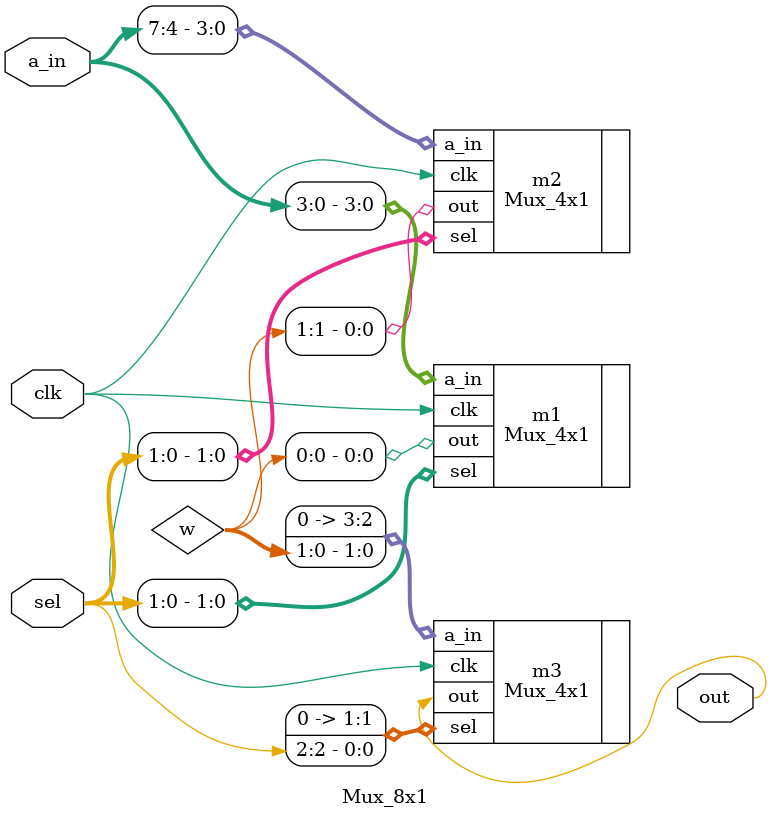
<source format=v>

module Mux_8x1 (
			input clk,			
			input [7:0] a_in,
			input [2:0] sel,
			output out
		);

	wire [1:0] w;
	
	Mux_4x1 m1(.clk(clk), .sel(sel[1:0]), .a_in(a_in[3:0]), .out(w[0]));
	Mux_4x1 m2(.clk(clk), .sel(sel[1:0]), .a_in(a_in[7:4]), .out(w[1]));
	Mux_4x1 m3(.clk(clk), .sel({1'b0, sel[2]}), .a_in({2'b00, w}), .out(out));
	

endmodule

</source>
